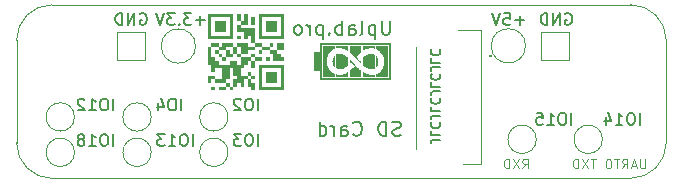
<source format=gbo>
G04 #@! TF.GenerationSoftware,KiCad,Pcbnew,(6.0.0)*
G04 #@! TF.CreationDate,2022-02-03T13:29:45+01:00*
G04 #@! TF.ProjectId,MinCab,4d696e43-6162-42e6-9b69-6361645f7063,rev?*
G04 #@! TF.SameCoordinates,Original*
G04 #@! TF.FileFunction,Legend,Bot*
G04 #@! TF.FilePolarity,Positive*
%FSLAX46Y46*%
G04 Gerber Fmt 4.6, Leading zero omitted, Abs format (unit mm)*
G04 Created by KiCad (PCBNEW (6.0.0)) date 2022-02-03 13:29:45*
%MOMM*%
%LPD*%
G01*
G04 APERTURE LIST*
G04 #@! TA.AperFunction,Profile*
%ADD10C,0.050000*%
G04 #@! TD*
%ADD11C,0.200000*%
%ADD12C,0.150000*%
%ADD13C,0.120000*%
%ADD14C,0.160000*%
%ADD15C,0.100000*%
%ADD16C,6.000000*%
%ADD17C,0.650000*%
%ADD18O,1.050000X2.100000*%
%ADD19O,1.000000X2.000000*%
%ADD20R,2.000000X2.000000*%
%ADD21C,2.000000*%
%ADD22C,2.500000*%
%ADD23R,1.200000X1.150000*%
%ADD24R,1.200000X1.450000*%
%ADD25R,0.700000X1.000000*%
%ADD26R,0.900000X1.400000*%
%ADD27R,1.000000X0.700000*%
G04 APERTURE END LIST*
D10*
X117300000Y-91200000D02*
G75*
G03*
X120300000Y-94200000I3000001J1D01*
G01*
X172300000Y-82500000D02*
X172300000Y-91200000D01*
X169300000Y-94200000D02*
X120300000Y-94200000D01*
X172300000Y-82500000D02*
G75*
G03*
X169300000Y-79500000I-3000001J-1D01*
G01*
X169300000Y-94200000D02*
G75*
G03*
X172300000Y-91200000I-1J3000001D01*
G01*
X120300000Y-79500000D02*
X169300000Y-79500000D01*
X120300000Y-79500000D02*
G75*
G03*
X117300000Y-82500000I1J-3000001D01*
G01*
X117300000Y-82500000D02*
X117300000Y-91200000D01*
D11*
X148928571Y-80842857D02*
X148928571Y-81814285D01*
X148871428Y-81928571D01*
X148814285Y-81985714D01*
X148700000Y-82042857D01*
X148471428Y-82042857D01*
X148357142Y-81985714D01*
X148300000Y-81928571D01*
X148242857Y-81814285D01*
X148242857Y-80842857D01*
X147671428Y-81242857D02*
X147671428Y-82442857D01*
X147671428Y-81300000D02*
X147557142Y-81242857D01*
X147328571Y-81242857D01*
X147214285Y-81300000D01*
X147157142Y-81357142D01*
X147100000Y-81471428D01*
X147100000Y-81814285D01*
X147157142Y-81928571D01*
X147214285Y-81985714D01*
X147328571Y-82042857D01*
X147557142Y-82042857D01*
X147671428Y-81985714D01*
X146414285Y-82042857D02*
X146528571Y-81985714D01*
X146585714Y-81871428D01*
X146585714Y-80842857D01*
X145442857Y-82042857D02*
X145442857Y-81414285D01*
X145500000Y-81300000D01*
X145614285Y-81242857D01*
X145842857Y-81242857D01*
X145957142Y-81300000D01*
X145442857Y-81985714D02*
X145557142Y-82042857D01*
X145842857Y-82042857D01*
X145957142Y-81985714D01*
X146014285Y-81871428D01*
X146014285Y-81757142D01*
X145957142Y-81642857D01*
X145842857Y-81585714D01*
X145557142Y-81585714D01*
X145442857Y-81528571D01*
X144871428Y-82042857D02*
X144871428Y-80842857D01*
X144871428Y-81300000D02*
X144757142Y-81242857D01*
X144528571Y-81242857D01*
X144414285Y-81300000D01*
X144357142Y-81357142D01*
X144300000Y-81471428D01*
X144300000Y-81814285D01*
X144357142Y-81928571D01*
X144414285Y-81985714D01*
X144528571Y-82042857D01*
X144757142Y-82042857D01*
X144871428Y-81985714D01*
X143785714Y-81928571D02*
X143728571Y-81985714D01*
X143785714Y-82042857D01*
X143842857Y-81985714D01*
X143785714Y-81928571D01*
X143785714Y-82042857D01*
X143214285Y-81242857D02*
X143214285Y-82442857D01*
X143214285Y-81300000D02*
X143100000Y-81242857D01*
X142871428Y-81242857D01*
X142757142Y-81300000D01*
X142700000Y-81357142D01*
X142642857Y-81471428D01*
X142642857Y-81814285D01*
X142700000Y-81928571D01*
X142757142Y-81985714D01*
X142871428Y-82042857D01*
X143100000Y-82042857D01*
X143214285Y-81985714D01*
X142128571Y-82042857D02*
X142128571Y-81242857D01*
X142128571Y-81471428D02*
X142071428Y-81357142D01*
X142014285Y-81300000D01*
X141900000Y-81242857D01*
X141785714Y-81242857D01*
X141214285Y-82042857D02*
X141328571Y-81985714D01*
X141385714Y-81928571D01*
X141442857Y-81814285D01*
X141442857Y-81471428D01*
X141385714Y-81357142D01*
X141328571Y-81300000D01*
X141214285Y-81242857D01*
X141042857Y-81242857D01*
X140928571Y-81300000D01*
X140871428Y-81357142D01*
X140814285Y-81471428D01*
X140814285Y-81814285D01*
X140871428Y-81928571D01*
X140928571Y-81985714D01*
X141042857Y-82042857D01*
X141214285Y-82042857D01*
D12*
X137750000Y-91452380D02*
X137750000Y-90452380D01*
X137083333Y-90452380D02*
X136892857Y-90452380D01*
X136797619Y-90500000D01*
X136702380Y-90595238D01*
X136654761Y-90785714D01*
X136654761Y-91119047D01*
X136702380Y-91309523D01*
X136797619Y-91404761D01*
X136892857Y-91452380D01*
X137083333Y-91452380D01*
X137178571Y-91404761D01*
X137273809Y-91309523D01*
X137321428Y-91119047D01*
X137321428Y-90785714D01*
X137273809Y-90595238D01*
X137178571Y-90500000D01*
X137083333Y-90452380D01*
X136321428Y-90452380D02*
X135702380Y-90452380D01*
X136035714Y-90833333D01*
X135892857Y-90833333D01*
X135797619Y-90880952D01*
X135750000Y-90928571D01*
X135702380Y-91023809D01*
X135702380Y-91261904D01*
X135750000Y-91357142D01*
X135797619Y-91404761D01*
X135892857Y-91452380D01*
X136178571Y-91452380D01*
X136273809Y-91404761D01*
X136321428Y-91357142D01*
X163761904Y-80250000D02*
X163857142Y-80202380D01*
X164000000Y-80202380D01*
X164142857Y-80250000D01*
X164238095Y-80345238D01*
X164285714Y-80440476D01*
X164333333Y-80630952D01*
X164333333Y-80773809D01*
X164285714Y-80964285D01*
X164238095Y-81059523D01*
X164142857Y-81154761D01*
X164000000Y-81202380D01*
X163904761Y-81202380D01*
X163761904Y-81154761D01*
X163714285Y-81107142D01*
X163714285Y-80773809D01*
X163904761Y-80773809D01*
X163285714Y-81202380D02*
X163285714Y-80202380D01*
X162714285Y-81202380D01*
X162714285Y-80202380D01*
X162238095Y-81202380D02*
X162238095Y-80202380D01*
X162000000Y-80202380D01*
X161857142Y-80250000D01*
X161761904Y-80345238D01*
X161714285Y-80440476D01*
X161666666Y-80630952D01*
X161666666Y-80773809D01*
X161714285Y-80964285D01*
X161761904Y-81059523D01*
X161857142Y-81154761D01*
X162000000Y-81202380D01*
X162238095Y-81202380D01*
D13*
X160133333Y-93361904D02*
X160400000Y-92980952D01*
X160590476Y-93361904D02*
X160590476Y-92561904D01*
X160285714Y-92561904D01*
X160209523Y-92600000D01*
X160171428Y-92638095D01*
X160133333Y-92714285D01*
X160133333Y-92828571D01*
X160171428Y-92904761D01*
X160209523Y-92942857D01*
X160285714Y-92980952D01*
X160590476Y-92980952D01*
X159866666Y-92561904D02*
X159333333Y-93361904D01*
X159333333Y-92561904D02*
X159866666Y-93361904D01*
X159028571Y-93361904D02*
X159028571Y-92561904D01*
X158838095Y-92561904D01*
X158723809Y-92600000D01*
X158647619Y-92676190D01*
X158609523Y-92752380D01*
X158571428Y-92904761D01*
X158571428Y-93019047D01*
X158609523Y-93171428D01*
X158647619Y-93247619D01*
X158723809Y-93323809D01*
X158838095Y-93361904D01*
X159028571Y-93361904D01*
D12*
X132226190Y-91452380D02*
X132226190Y-90452380D01*
X131559523Y-90452380D02*
X131369047Y-90452380D01*
X131273809Y-90500000D01*
X131178571Y-90595238D01*
X131130952Y-90785714D01*
X131130952Y-91119047D01*
X131178571Y-91309523D01*
X131273809Y-91404761D01*
X131369047Y-91452380D01*
X131559523Y-91452380D01*
X131654761Y-91404761D01*
X131750000Y-91309523D01*
X131797619Y-91119047D01*
X131797619Y-90785714D01*
X131750000Y-90595238D01*
X131654761Y-90500000D01*
X131559523Y-90452380D01*
X130178571Y-91452380D02*
X130750000Y-91452380D01*
X130464285Y-91452380D02*
X130464285Y-90452380D01*
X130559523Y-90595238D01*
X130654761Y-90690476D01*
X130750000Y-90738095D01*
X129845238Y-90452380D02*
X129226190Y-90452380D01*
X129559523Y-90833333D01*
X129416666Y-90833333D01*
X129321428Y-90880952D01*
X129273809Y-90928571D01*
X129226190Y-91023809D01*
X129226190Y-91261904D01*
X129273809Y-91357142D01*
X129321428Y-91404761D01*
X129416666Y-91452380D01*
X129702380Y-91452380D01*
X129797619Y-91404761D01*
X129845238Y-91357142D01*
X170076190Y-89652380D02*
X170076190Y-88652380D01*
X169409523Y-88652380D02*
X169219047Y-88652380D01*
X169123809Y-88700000D01*
X169028571Y-88795238D01*
X168980952Y-88985714D01*
X168980952Y-89319047D01*
X169028571Y-89509523D01*
X169123809Y-89604761D01*
X169219047Y-89652380D01*
X169409523Y-89652380D01*
X169504761Y-89604761D01*
X169600000Y-89509523D01*
X169647619Y-89319047D01*
X169647619Y-88985714D01*
X169600000Y-88795238D01*
X169504761Y-88700000D01*
X169409523Y-88652380D01*
X168028571Y-89652380D02*
X168600000Y-89652380D01*
X168314285Y-89652380D02*
X168314285Y-88652380D01*
X168409523Y-88795238D01*
X168504761Y-88890476D01*
X168600000Y-88938095D01*
X167171428Y-88985714D02*
X167171428Y-89652380D01*
X167409523Y-88604761D02*
X167647619Y-89319047D01*
X167028571Y-89319047D01*
X160285714Y-80821428D02*
X159523809Y-80821428D01*
X159904761Y-81202380D02*
X159904761Y-80440476D01*
X158571428Y-80202380D02*
X159047619Y-80202380D01*
X159095238Y-80678571D01*
X159047619Y-80630952D01*
X158952380Y-80583333D01*
X158714285Y-80583333D01*
X158619047Y-80630952D01*
X158571428Y-80678571D01*
X158523809Y-80773809D01*
X158523809Y-81011904D01*
X158571428Y-81107142D01*
X158619047Y-81154761D01*
X158714285Y-81202380D01*
X158952380Y-81202380D01*
X159047619Y-81154761D01*
X159095238Y-81107142D01*
X158238095Y-80202380D02*
X157904761Y-81202380D01*
X157571428Y-80202380D01*
D14*
X153188095Y-90945238D02*
X152616666Y-90945238D01*
X152502380Y-90983333D01*
X152426190Y-91059523D01*
X152388095Y-91173809D01*
X152388095Y-91250000D01*
X152388095Y-90183333D02*
X152388095Y-90564285D01*
X153188095Y-90564285D01*
X152464285Y-89459523D02*
X152426190Y-89497619D01*
X152388095Y-89611904D01*
X152388095Y-89688095D01*
X152426190Y-89802380D01*
X152502380Y-89878571D01*
X152578571Y-89916666D01*
X152730952Y-89954761D01*
X152845238Y-89954761D01*
X152997619Y-89916666D01*
X153073809Y-89878571D01*
X153150000Y-89802380D01*
X153188095Y-89688095D01*
X153188095Y-89611904D01*
X153150000Y-89497619D01*
X153111904Y-89459523D01*
X153188095Y-88888095D02*
X152616666Y-88888095D01*
X152502380Y-88926190D01*
X152426190Y-89002380D01*
X152388095Y-89116666D01*
X152388095Y-89192857D01*
X152388095Y-88126190D02*
X152388095Y-88507142D01*
X153188095Y-88507142D01*
X152464285Y-87402380D02*
X152426190Y-87440476D01*
X152388095Y-87554761D01*
X152388095Y-87630952D01*
X152426190Y-87745238D01*
X152502380Y-87821428D01*
X152578571Y-87859523D01*
X152730952Y-87897619D01*
X152845238Y-87897619D01*
X152997619Y-87859523D01*
X153073809Y-87821428D01*
X153150000Y-87745238D01*
X153188095Y-87630952D01*
X153188095Y-87554761D01*
X153150000Y-87440476D01*
X153111904Y-87402380D01*
X153188095Y-86830952D02*
X152616666Y-86830952D01*
X152502380Y-86869047D01*
X152426190Y-86945238D01*
X152388095Y-87059523D01*
X152388095Y-87135714D01*
X152388095Y-86069047D02*
X152388095Y-86450000D01*
X153188095Y-86450000D01*
X152464285Y-85345238D02*
X152426190Y-85383333D01*
X152388095Y-85497619D01*
X152388095Y-85573809D01*
X152426190Y-85688095D01*
X152502380Y-85764285D01*
X152578571Y-85802380D01*
X152730952Y-85840476D01*
X152845238Y-85840476D01*
X152997619Y-85802380D01*
X153073809Y-85764285D01*
X153150000Y-85688095D01*
X153188095Y-85573809D01*
X153188095Y-85497619D01*
X153150000Y-85383333D01*
X153111904Y-85345238D01*
X153188095Y-84773809D02*
X152616666Y-84773809D01*
X152502380Y-84811904D01*
X152426190Y-84888095D01*
X152388095Y-85002380D01*
X152388095Y-85078571D01*
X152388095Y-84011904D02*
X152388095Y-84392857D01*
X153188095Y-84392857D01*
X152464285Y-83288095D02*
X152426190Y-83326190D01*
X152388095Y-83440476D01*
X152388095Y-83516666D01*
X152426190Y-83630952D01*
X152502380Y-83707142D01*
X152578571Y-83745238D01*
X152730952Y-83783333D01*
X152845238Y-83783333D01*
X152997619Y-83745238D01*
X153073809Y-83707142D01*
X153150000Y-83630952D01*
X153188095Y-83516666D01*
X153188095Y-83440476D01*
X153150000Y-83326190D01*
X153111904Y-83288095D01*
D13*
X170547619Y-92561904D02*
X170547619Y-93209523D01*
X170509523Y-93285714D01*
X170471428Y-93323809D01*
X170395238Y-93361904D01*
X170242857Y-93361904D01*
X170166666Y-93323809D01*
X170128571Y-93285714D01*
X170090476Y-93209523D01*
X170090476Y-92561904D01*
X169747619Y-93133333D02*
X169366666Y-93133333D01*
X169823809Y-93361904D02*
X169557142Y-92561904D01*
X169290476Y-93361904D01*
X168566666Y-93361904D02*
X168833333Y-92980952D01*
X169023809Y-93361904D02*
X169023809Y-92561904D01*
X168719047Y-92561904D01*
X168642857Y-92600000D01*
X168604761Y-92638095D01*
X168566666Y-92714285D01*
X168566666Y-92828571D01*
X168604761Y-92904761D01*
X168642857Y-92942857D01*
X168719047Y-92980952D01*
X169023809Y-92980952D01*
X168338095Y-92561904D02*
X167880952Y-92561904D01*
X168109523Y-93361904D02*
X168109523Y-92561904D01*
X167461904Y-92561904D02*
X167385714Y-92561904D01*
X167309523Y-92600000D01*
X167271428Y-92638095D01*
X167233333Y-92714285D01*
X167195238Y-92866666D01*
X167195238Y-93057142D01*
X167233333Y-93209523D01*
X167271428Y-93285714D01*
X167309523Y-93323809D01*
X167385714Y-93361904D01*
X167461904Y-93361904D01*
X167538095Y-93323809D01*
X167576190Y-93285714D01*
X167614285Y-93209523D01*
X167652380Y-93057142D01*
X167652380Y-92866666D01*
X167614285Y-92714285D01*
X167576190Y-92638095D01*
X167538095Y-92600000D01*
X167461904Y-92561904D01*
X166357142Y-92561904D02*
X165900000Y-92561904D01*
X166128571Y-93361904D02*
X166128571Y-92561904D01*
X165709523Y-92561904D02*
X165176190Y-93361904D01*
X165176190Y-92561904D02*
X165709523Y-93361904D01*
X164871428Y-93361904D02*
X164871428Y-92561904D01*
X164680952Y-92561904D01*
X164566666Y-92600000D01*
X164490476Y-92676190D01*
X164452380Y-92752380D01*
X164414285Y-92904761D01*
X164414285Y-93019047D01*
X164452380Y-93171428D01*
X164490476Y-93247619D01*
X164566666Y-93323809D01*
X164680952Y-93361904D01*
X164871428Y-93361904D01*
D11*
X149807142Y-90535714D02*
X149635714Y-90592857D01*
X149350000Y-90592857D01*
X149235714Y-90535714D01*
X149178571Y-90478571D01*
X149121428Y-90364285D01*
X149121428Y-90250000D01*
X149178571Y-90135714D01*
X149235714Y-90078571D01*
X149350000Y-90021428D01*
X149578571Y-89964285D01*
X149692857Y-89907142D01*
X149750000Y-89850000D01*
X149807142Y-89735714D01*
X149807142Y-89621428D01*
X149750000Y-89507142D01*
X149692857Y-89450000D01*
X149578571Y-89392857D01*
X149292857Y-89392857D01*
X149121428Y-89450000D01*
X148607142Y-90592857D02*
X148607142Y-89392857D01*
X148321428Y-89392857D01*
X148150000Y-89450000D01*
X148035714Y-89564285D01*
X147978571Y-89678571D01*
X147921428Y-89907142D01*
X147921428Y-90078571D01*
X147978571Y-90307142D01*
X148035714Y-90421428D01*
X148150000Y-90535714D01*
X148321428Y-90592857D01*
X148607142Y-90592857D01*
X145807142Y-90478571D02*
X145864285Y-90535714D01*
X146035714Y-90592857D01*
X146150000Y-90592857D01*
X146321428Y-90535714D01*
X146435714Y-90421428D01*
X146492857Y-90307142D01*
X146550000Y-90078571D01*
X146550000Y-89907142D01*
X146492857Y-89678571D01*
X146435714Y-89564285D01*
X146321428Y-89450000D01*
X146150000Y-89392857D01*
X146035714Y-89392857D01*
X145864285Y-89450000D01*
X145807142Y-89507142D01*
X144778571Y-90592857D02*
X144778571Y-89964285D01*
X144835714Y-89850000D01*
X144950000Y-89792857D01*
X145178571Y-89792857D01*
X145292857Y-89850000D01*
X144778571Y-90535714D02*
X144892857Y-90592857D01*
X145178571Y-90592857D01*
X145292857Y-90535714D01*
X145350000Y-90421428D01*
X145350000Y-90307142D01*
X145292857Y-90192857D01*
X145178571Y-90135714D01*
X144892857Y-90135714D01*
X144778571Y-90078571D01*
X144207142Y-90592857D02*
X144207142Y-89792857D01*
X144207142Y-90021428D02*
X144150000Y-89907142D01*
X144092857Y-89850000D01*
X143978571Y-89792857D01*
X143864285Y-89792857D01*
X142950000Y-90592857D02*
X142950000Y-89392857D01*
X142950000Y-90535714D02*
X143064285Y-90592857D01*
X143292857Y-90592857D01*
X143407142Y-90535714D01*
X143464285Y-90478571D01*
X143521428Y-90364285D01*
X143521428Y-90021428D01*
X143464285Y-89907142D01*
X143407142Y-89850000D01*
X143292857Y-89792857D01*
X143064285Y-89792857D01*
X142950000Y-89850000D01*
D12*
X133250000Y-80821428D02*
X132488095Y-80821428D01*
X132869047Y-81202380D02*
X132869047Y-80440476D01*
X132107142Y-80202380D02*
X131488095Y-80202380D01*
X131821428Y-80583333D01*
X131678571Y-80583333D01*
X131583333Y-80630952D01*
X131535714Y-80678571D01*
X131488095Y-80773809D01*
X131488095Y-81011904D01*
X131535714Y-81107142D01*
X131583333Y-81154761D01*
X131678571Y-81202380D01*
X131964285Y-81202380D01*
X132059523Y-81154761D01*
X132107142Y-81107142D01*
X131059523Y-81107142D02*
X131011904Y-81154761D01*
X131059523Y-81202380D01*
X131107142Y-81154761D01*
X131059523Y-81107142D01*
X131059523Y-81202380D01*
X130678571Y-80202380D02*
X130059523Y-80202380D01*
X130392857Y-80583333D01*
X130250000Y-80583333D01*
X130154761Y-80630952D01*
X130107142Y-80678571D01*
X130059523Y-80773809D01*
X130059523Y-81011904D01*
X130107142Y-81107142D01*
X130154761Y-81154761D01*
X130250000Y-81202380D01*
X130535714Y-81202380D01*
X130630952Y-81154761D01*
X130678571Y-81107142D01*
X129773809Y-80202380D02*
X129440476Y-81202380D01*
X129107142Y-80202380D01*
X127761904Y-80250000D02*
X127857142Y-80202380D01*
X128000000Y-80202380D01*
X128142857Y-80250000D01*
X128238095Y-80345238D01*
X128285714Y-80440476D01*
X128333333Y-80630952D01*
X128333333Y-80773809D01*
X128285714Y-80964285D01*
X128238095Y-81059523D01*
X128142857Y-81154761D01*
X128000000Y-81202380D01*
X127904761Y-81202380D01*
X127761904Y-81154761D01*
X127714285Y-81107142D01*
X127714285Y-80773809D01*
X127904761Y-80773809D01*
X127285714Y-81202380D02*
X127285714Y-80202380D01*
X126714285Y-81202380D01*
X126714285Y-80202380D01*
X126238095Y-81202380D02*
X126238095Y-80202380D01*
X126000000Y-80202380D01*
X125857142Y-80250000D01*
X125761904Y-80345238D01*
X125714285Y-80440476D01*
X125666666Y-80630952D01*
X125666666Y-80773809D01*
X125714285Y-80964285D01*
X125761904Y-81059523D01*
X125857142Y-81154761D01*
X126000000Y-81202380D01*
X126238095Y-81202380D01*
X125476190Y-88452380D02*
X125476190Y-87452380D01*
X124809523Y-87452380D02*
X124619047Y-87452380D01*
X124523809Y-87500000D01*
X124428571Y-87595238D01*
X124380952Y-87785714D01*
X124380952Y-88119047D01*
X124428571Y-88309523D01*
X124523809Y-88404761D01*
X124619047Y-88452380D01*
X124809523Y-88452380D01*
X124904761Y-88404761D01*
X125000000Y-88309523D01*
X125047619Y-88119047D01*
X125047619Y-87785714D01*
X125000000Y-87595238D01*
X124904761Y-87500000D01*
X124809523Y-87452380D01*
X123428571Y-88452380D02*
X124000000Y-88452380D01*
X123714285Y-88452380D02*
X123714285Y-87452380D01*
X123809523Y-87595238D01*
X123904761Y-87690476D01*
X124000000Y-87738095D01*
X123047619Y-87547619D02*
X123000000Y-87500000D01*
X122904761Y-87452380D01*
X122666666Y-87452380D01*
X122571428Y-87500000D01*
X122523809Y-87547619D01*
X122476190Y-87642857D01*
X122476190Y-87738095D01*
X122523809Y-87880952D01*
X123095238Y-88452380D01*
X122476190Y-88452380D01*
X125476190Y-91452380D02*
X125476190Y-90452380D01*
X124809523Y-90452380D02*
X124619047Y-90452380D01*
X124523809Y-90500000D01*
X124428571Y-90595238D01*
X124380952Y-90785714D01*
X124380952Y-91119047D01*
X124428571Y-91309523D01*
X124523809Y-91404761D01*
X124619047Y-91452380D01*
X124809523Y-91452380D01*
X124904761Y-91404761D01*
X125000000Y-91309523D01*
X125047619Y-91119047D01*
X125047619Y-90785714D01*
X125000000Y-90595238D01*
X124904761Y-90500000D01*
X124809523Y-90452380D01*
X123428571Y-91452380D02*
X124000000Y-91452380D01*
X123714285Y-91452380D02*
X123714285Y-90452380D01*
X123809523Y-90595238D01*
X123904761Y-90690476D01*
X124000000Y-90738095D01*
X122857142Y-90880952D02*
X122952380Y-90833333D01*
X123000000Y-90785714D01*
X123047619Y-90690476D01*
X123047619Y-90642857D01*
X123000000Y-90547619D01*
X122952380Y-90500000D01*
X122857142Y-90452380D01*
X122666666Y-90452380D01*
X122571428Y-90500000D01*
X122523809Y-90547619D01*
X122476190Y-90642857D01*
X122476190Y-90690476D01*
X122523809Y-90785714D01*
X122571428Y-90833333D01*
X122666666Y-90880952D01*
X122857142Y-90880952D01*
X122952380Y-90928571D01*
X123000000Y-90976190D01*
X123047619Y-91071428D01*
X123047619Y-91261904D01*
X123000000Y-91357142D01*
X122952380Y-91404761D01*
X122857142Y-91452380D01*
X122666666Y-91452380D01*
X122571428Y-91404761D01*
X122523809Y-91357142D01*
X122476190Y-91261904D01*
X122476190Y-91071428D01*
X122523809Y-90976190D01*
X122571428Y-90928571D01*
X122666666Y-90880952D01*
X131250000Y-88452380D02*
X131250000Y-87452380D01*
X130583333Y-87452380D02*
X130392857Y-87452380D01*
X130297619Y-87500000D01*
X130202380Y-87595238D01*
X130154761Y-87785714D01*
X130154761Y-88119047D01*
X130202380Y-88309523D01*
X130297619Y-88404761D01*
X130392857Y-88452380D01*
X130583333Y-88452380D01*
X130678571Y-88404761D01*
X130773809Y-88309523D01*
X130821428Y-88119047D01*
X130821428Y-87785714D01*
X130773809Y-87595238D01*
X130678571Y-87500000D01*
X130583333Y-87452380D01*
X129297619Y-87785714D02*
X129297619Y-88452380D01*
X129535714Y-87404761D02*
X129773809Y-88119047D01*
X129154761Y-88119047D01*
X137750000Y-88452380D02*
X137750000Y-87452380D01*
X137083333Y-87452380D02*
X136892857Y-87452380D01*
X136797619Y-87500000D01*
X136702380Y-87595238D01*
X136654761Y-87785714D01*
X136654761Y-88119047D01*
X136702380Y-88309523D01*
X136797619Y-88404761D01*
X136892857Y-88452380D01*
X137083333Y-88452380D01*
X137178571Y-88404761D01*
X137273809Y-88309523D01*
X137321428Y-88119047D01*
X137321428Y-87785714D01*
X137273809Y-87595238D01*
X137178571Y-87500000D01*
X137083333Y-87452380D01*
X136273809Y-87547619D02*
X136226190Y-87500000D01*
X136130952Y-87452380D01*
X135892857Y-87452380D01*
X135797619Y-87500000D01*
X135750000Y-87547619D01*
X135702380Y-87642857D01*
X135702380Y-87738095D01*
X135750000Y-87880952D01*
X136321428Y-88452380D01*
X135702380Y-88452380D01*
X164276190Y-89652380D02*
X164276190Y-88652380D01*
X163609523Y-88652380D02*
X163419047Y-88652380D01*
X163323809Y-88700000D01*
X163228571Y-88795238D01*
X163180952Y-88985714D01*
X163180952Y-89319047D01*
X163228571Y-89509523D01*
X163323809Y-89604761D01*
X163419047Y-89652380D01*
X163609523Y-89652380D01*
X163704761Y-89604761D01*
X163800000Y-89509523D01*
X163847619Y-89319047D01*
X163847619Y-88985714D01*
X163800000Y-88795238D01*
X163704761Y-88700000D01*
X163609523Y-88652380D01*
X162228571Y-89652380D02*
X162800000Y-89652380D01*
X162514285Y-89652380D02*
X162514285Y-88652380D01*
X162609523Y-88795238D01*
X162704761Y-88890476D01*
X162800000Y-88938095D01*
X161323809Y-88652380D02*
X161800000Y-88652380D01*
X161847619Y-89128571D01*
X161800000Y-89080952D01*
X161704761Y-89033333D01*
X161466666Y-89033333D01*
X161371428Y-89080952D01*
X161323809Y-89128571D01*
X161276190Y-89223809D01*
X161276190Y-89461904D01*
X161323809Y-89557142D01*
X161371428Y-89604761D01*
X161466666Y-89652380D01*
X161704761Y-89652380D01*
X161800000Y-89604761D01*
X161847619Y-89557142D01*
D13*
X128200000Y-84200000D02*
X128200000Y-81800000D01*
X125800000Y-81800000D02*
X125800000Y-84200000D01*
X125800000Y-84200000D02*
X128200000Y-84200000D01*
X128200000Y-81800000D02*
X125800000Y-81800000D01*
X135200000Y-92000000D02*
G75*
G03*
X135200000Y-92000000I-1200000J0D01*
G01*
X135200000Y-89000000D02*
G75*
G03*
X135200000Y-89000000I-1200000J0D01*
G01*
X122200000Y-89000000D02*
G75*
G03*
X122200000Y-89000000I-1200000J0D01*
G01*
X166900000Y-90900000D02*
G75*
G03*
X166900000Y-90900000I-1200000J0D01*
G01*
X132450000Y-83000000D02*
G75*
G03*
X132450000Y-83000000I-1450000J0D01*
G01*
X128700000Y-92000000D02*
G75*
G03*
X128700000Y-92000000I-1200000J0D01*
G01*
D11*
X157375000Y-83800000D02*
X157375000Y-83800000D01*
D15*
X156600000Y-93000000D02*
X156600000Y-81600000D01*
X156600000Y-81600000D02*
X154675000Y-81600000D01*
X151150000Y-91700000D02*
X151150000Y-83100000D01*
D11*
X157475000Y-83800000D02*
X157475000Y-83800000D01*
X157375000Y-83800000D02*
X157375000Y-83800000D01*
D15*
X155075000Y-93000000D02*
X156600000Y-93000000D01*
D11*
X157375000Y-83800000D02*
G75*
G03*
X157475000Y-83800000I50000J0D01*
G01*
X157475000Y-83800000D02*
G75*
G03*
X157375000Y-83800000I-50000J0D01*
G01*
X157475000Y-83800000D02*
G75*
G03*
X157375000Y-83800000I-50000J0D01*
G01*
D13*
X164110000Y-84200000D02*
X164110000Y-81800000D01*
X161710000Y-84200000D02*
X164110000Y-84200000D01*
X161710000Y-81800000D02*
X161710000Y-84200000D01*
X164110000Y-81800000D02*
X161710000Y-81800000D01*
X161300000Y-90900000D02*
G75*
G03*
X161300000Y-90900000I-1200000J0D01*
G01*
G36*
X136878282Y-85193333D02*
G01*
X137186161Y-85193333D01*
X137186161Y-85501212D01*
X136878282Y-85501212D01*
X136878282Y-85809091D01*
X137186161Y-85809091D01*
X137186161Y-85501212D01*
X137494040Y-85501212D01*
X137494040Y-85809091D01*
X137186161Y-85809091D01*
X137186161Y-86116969D01*
X137494040Y-86116969D01*
X137494040Y-86732727D01*
X137186161Y-86732727D01*
X137186161Y-86424848D01*
X136878282Y-86424848D01*
X136878282Y-85809091D01*
X136570404Y-85809091D01*
X136570404Y-86424848D01*
X136262525Y-86424848D01*
X136262525Y-86116969D01*
X135954646Y-86116969D01*
X135954646Y-86424848D01*
X135646767Y-86424848D01*
X135646767Y-86732727D01*
X135338888Y-86732727D01*
X135338888Y-86424848D01*
X135031010Y-86424848D01*
X135031010Y-86116969D01*
X135338888Y-86116969D01*
X135338888Y-86424848D01*
X135646767Y-86424848D01*
X135646767Y-85809091D01*
X135954646Y-85809091D01*
X135954646Y-85501212D01*
X135646767Y-85501212D01*
X135646767Y-84885454D01*
X135338888Y-84885454D01*
X135338888Y-85809091D01*
X135031010Y-85809091D01*
X135031010Y-86116969D01*
X134107373Y-86116969D01*
X134107373Y-85809091D01*
X134723131Y-85809091D01*
X134723131Y-84885454D01*
X134107373Y-84885454D01*
X134107373Y-85193333D01*
X133799495Y-85193333D01*
X133799495Y-84577575D01*
X133491616Y-84577575D01*
X133491616Y-83038182D01*
X133799495Y-83038182D01*
X133799495Y-82730303D01*
X134415252Y-82730303D01*
X134415252Y-83038182D01*
X134723131Y-83038182D01*
X134723131Y-82730303D01*
X135646767Y-82730303D01*
X135646767Y-83038182D01*
X135954646Y-83038182D01*
X135954646Y-83653939D01*
X136262525Y-83653939D01*
X136262525Y-83038182D01*
X135954646Y-83038182D01*
X135954646Y-82730303D01*
X136878282Y-82730303D01*
X136878282Y-83038182D01*
X137494040Y-83038182D01*
X137494040Y-83346060D01*
X136878282Y-83346060D01*
X136878282Y-83653939D01*
X136262525Y-83653939D01*
X136262525Y-83961818D01*
X135954646Y-83961818D01*
X135954646Y-83653939D01*
X135646767Y-83653939D01*
X135646767Y-83038182D01*
X135031010Y-83038182D01*
X135031010Y-83346060D01*
X134415252Y-83346060D01*
X134415252Y-83038182D01*
X133799495Y-83038182D01*
X133799495Y-83961818D01*
X134107373Y-83961818D01*
X134107373Y-84269697D01*
X134415252Y-84269697D01*
X134415252Y-84577575D01*
X135338888Y-84577575D01*
X135338888Y-84269697D01*
X135954646Y-84269697D01*
X135954646Y-84577575D01*
X136262525Y-84577575D01*
X136262525Y-83961818D01*
X137186161Y-83961818D01*
X137186161Y-83653939D01*
X137494040Y-83653939D01*
X137494040Y-83961818D01*
X137186161Y-83961818D01*
X137186161Y-84269697D01*
X137494040Y-84269697D01*
X137494040Y-83961818D01*
X138109798Y-83961818D01*
X138109798Y-84269697D01*
X137494040Y-84269697D01*
X137494040Y-84885454D01*
X137186161Y-84885454D01*
X137186161Y-84269697D01*
X136878282Y-84269697D01*
X136878282Y-84577575D01*
X136570404Y-84577575D01*
X136570404Y-84885454D01*
X136262525Y-84885454D01*
X136262525Y-85501212D01*
X136878282Y-85501212D01*
X136878282Y-85193333D01*
G37*
G36*
X135031010Y-81806666D02*
G01*
X134107373Y-81806666D01*
X134107373Y-80883030D01*
X135031010Y-80883030D01*
X135031010Y-81806666D01*
G37*
G36*
X134415252Y-83653939D02*
G01*
X134107373Y-83653939D01*
X134107373Y-83346060D01*
X134415252Y-83346060D01*
X134415252Y-83653939D01*
G37*
G36*
X138725555Y-83346060D02*
G01*
X138109798Y-83346060D01*
X138109798Y-83038182D01*
X138725555Y-83038182D01*
X138725555Y-83346060D01*
G37*
G36*
X134107373Y-86732727D02*
G01*
X133799495Y-86732727D01*
X133799495Y-86424848D01*
X134107373Y-86424848D01*
X134107373Y-86732727D01*
G37*
G36*
X137801919Y-82422424D02*
G01*
X137801919Y-80575151D01*
X138109798Y-80575151D01*
X138109798Y-82114545D01*
X139649191Y-82114545D01*
X139649191Y-80575151D01*
X138109798Y-80575151D01*
X137801919Y-80575151D01*
X137801919Y-80267272D01*
X139957070Y-80267272D01*
X139957070Y-82422424D01*
X137801919Y-82422424D01*
G37*
G36*
X137494040Y-81190909D02*
G01*
X137186161Y-81190909D01*
X137186161Y-80575151D01*
X137494040Y-80575151D01*
X137494040Y-81190909D01*
G37*
G36*
X138109798Y-83038182D02*
G01*
X137494040Y-83038182D01*
X137494040Y-82730303D01*
X138109798Y-82730303D01*
X138109798Y-83038182D01*
G37*
G36*
X139341313Y-83653939D02*
G01*
X139649191Y-83653939D01*
X139649191Y-83961818D01*
X139957070Y-83961818D01*
X139957070Y-84269697D01*
X139033434Y-84269697D01*
X139033434Y-83653939D01*
X138725555Y-83653939D01*
X138725555Y-83346060D01*
X139341313Y-83346060D01*
X139341313Y-83653939D01*
G37*
G36*
X135031010Y-86732727D02*
G01*
X134415252Y-86732727D01*
X134415252Y-86424848D01*
X135031010Y-86424848D01*
X135031010Y-86732727D01*
G37*
G36*
X136262525Y-80883030D02*
G01*
X135954646Y-80883030D01*
X135954646Y-80267272D01*
X136262525Y-80267272D01*
X136262525Y-80883030D01*
G37*
G36*
X135338888Y-83653939D02*
G01*
X135646767Y-83653939D01*
X135646767Y-83961818D01*
X135031010Y-83961818D01*
X135031010Y-83346060D01*
X135338888Y-83346060D01*
X135338888Y-83653939D01*
G37*
G36*
X136262525Y-82422424D02*
G01*
X135954646Y-82422424D01*
X135954646Y-82114545D01*
X136262525Y-82114545D01*
X136262525Y-82422424D01*
G37*
G36*
X139033434Y-83038182D02*
G01*
X138725555Y-83038182D01*
X138725555Y-82730303D01*
X139033434Y-82730303D01*
X139033434Y-83038182D01*
G37*
G36*
X137801919Y-86732727D02*
G01*
X137801919Y-84885454D01*
X138109798Y-84885454D01*
X138109798Y-86424848D01*
X139649191Y-86424848D01*
X139649191Y-84885454D01*
X138109798Y-84885454D01*
X137801919Y-84885454D01*
X137801919Y-84577575D01*
X139957070Y-84577575D01*
X139957070Y-86732727D01*
X137801919Y-86732727D01*
G37*
G36*
X139341313Y-81806666D02*
G01*
X138417676Y-81806666D01*
X138417676Y-80883030D01*
X139341313Y-80883030D01*
X139341313Y-81806666D01*
G37*
G36*
X138109798Y-83653939D02*
G01*
X137801919Y-83653939D01*
X137801919Y-83346060D01*
X138109798Y-83346060D01*
X138109798Y-83653939D01*
G37*
G36*
X139957070Y-83346060D02*
G01*
X139341313Y-83346060D01*
X139341313Y-82730303D01*
X139957070Y-82730303D01*
X139957070Y-83346060D01*
G37*
G36*
X133491616Y-82422424D02*
G01*
X133491616Y-80575151D01*
X133799495Y-80575151D01*
X133799495Y-82114545D01*
X135338888Y-82114545D01*
X135338888Y-80575151D01*
X133799495Y-80575151D01*
X133491616Y-80575151D01*
X133491616Y-80267272D01*
X135646767Y-80267272D01*
X135646767Y-82422424D01*
X133491616Y-82422424D01*
G37*
G36*
X134723131Y-83961818D02*
G01*
X134415252Y-83961818D01*
X134415252Y-83653939D01*
X134723131Y-83653939D01*
X134723131Y-83961818D01*
G37*
G36*
X134107373Y-85809091D02*
G01*
X133799495Y-85809091D01*
X133799495Y-86116969D01*
X133491616Y-86116969D01*
X133491616Y-85501212D01*
X134107373Y-85501212D01*
X134107373Y-85809091D01*
G37*
G36*
X135031010Y-84269697D02*
G01*
X134723131Y-84269697D01*
X134723131Y-83961818D01*
X135031010Y-83961818D01*
X135031010Y-84269697D01*
G37*
G36*
X136262525Y-81498788D02*
G01*
X137494040Y-81498788D01*
X137494040Y-82730303D01*
X137186161Y-82730303D01*
X137186161Y-82114545D01*
X136878282Y-82114545D01*
X136878282Y-82422424D01*
X136570404Y-82422424D01*
X136570404Y-81806666D01*
X135954646Y-81806666D01*
X135954646Y-81190909D01*
X136262525Y-81190909D01*
X136262525Y-81498788D01*
G37*
G36*
X136878282Y-81190909D02*
G01*
X136262525Y-81190909D01*
X136262525Y-80883030D01*
X136570404Y-80883030D01*
X136570404Y-80267272D01*
X136878282Y-80267272D01*
X136878282Y-81190909D01*
G37*
G36*
X138725555Y-84269697D02*
G01*
X138417676Y-84269697D01*
X138417676Y-83961818D01*
X138725555Y-83961818D01*
X138725555Y-84269697D01*
G37*
G36*
X139341313Y-86116969D02*
G01*
X138417676Y-86116969D01*
X138417676Y-85193333D01*
X139341313Y-85193333D01*
X139341313Y-86116969D01*
G37*
X122200000Y-92000000D02*
G75*
G03*
X122200000Y-92000000I-1200000J0D01*
G01*
X160390000Y-82980000D02*
G75*
G03*
X160390000Y-82980000I-1450000J0D01*
G01*
X128700000Y-89000000D02*
G75*
G03*
X128700000Y-89000000I-1200000J0D01*
G01*
G36*
X147327527Y-83642474D02*
G01*
X147359353Y-83642784D01*
X147384070Y-83643649D01*
X147404134Y-83645302D01*
X147422003Y-83647970D01*
X147440134Y-83651886D01*
X147460981Y-83657278D01*
X147475739Y-83661613D01*
X147508611Y-83672915D01*
X147542994Y-83686429D01*
X147573481Y-83700097D01*
X147630556Y-83727975D01*
X147630556Y-84881551D01*
X147590087Y-84901295D01*
X147557657Y-84915770D01*
X147505146Y-84933859D01*
X147446949Y-84947624D01*
X147380556Y-84957740D01*
X147375297Y-84958258D01*
X147349657Y-84959109D01*
X147317036Y-84958398D01*
X147280571Y-84956335D01*
X147243402Y-84953134D01*
X147208668Y-84949006D01*
X147179510Y-84944164D01*
X147118971Y-84929033D01*
X147036684Y-84899852D01*
X146952480Y-84860537D01*
X146866968Y-84811412D01*
X146780754Y-84752801D01*
X146694445Y-84685028D01*
X146622223Y-84624465D01*
X146620789Y-84306562D01*
X146619354Y-83988659D01*
X146648950Y-83961114D01*
X146664065Y-83947291D01*
X146700947Y-83915082D01*
X146740904Y-83881891D01*
X146781193Y-83849919D01*
X146819071Y-83821365D01*
X146851796Y-83798429D01*
X146874610Y-83783494D01*
X146933736Y-83747045D01*
X146988281Y-83717229D01*
X147040476Y-83692972D01*
X147092555Y-83673204D01*
X147146750Y-83656852D01*
X147156426Y-83654307D01*
X147175474Y-83649790D01*
X147193398Y-83646592D01*
X147212643Y-83644486D01*
X147235657Y-83643246D01*
X147264886Y-83642646D01*
X147302778Y-83642461D01*
X147327527Y-83642474D01*
G37*
G36*
X144748601Y-83644202D02*
G01*
X144815206Y-83654090D01*
X144879905Y-83670246D01*
X144945675Y-83693449D01*
X145015495Y-83724479D01*
X145055938Y-83745204D01*
X145128559Y-83787676D01*
X145202102Y-83836867D01*
X145273771Y-83890859D01*
X145340771Y-83947733D01*
X145375001Y-83978710D01*
X145375001Y-84607615D01*
X145340278Y-84640251D01*
X145312535Y-84665510D01*
X145257871Y-84711605D01*
X145198984Y-84757260D01*
X145138676Y-84800425D01*
X145079748Y-84839048D01*
X145025001Y-84871078D01*
X145011792Y-84878072D01*
X144932070Y-84913607D01*
X144849669Y-84939464D01*
X144766648Y-84954972D01*
X144765740Y-84955082D01*
X144731098Y-84957637D01*
X144690015Y-84958255D01*
X144646834Y-84957053D01*
X144605900Y-84954150D01*
X144571559Y-84949663D01*
X144544045Y-84943751D01*
X144497903Y-84930379D01*
X144450628Y-84913124D01*
X144406945Y-84893596D01*
X144363890Y-84872098D01*
X144363890Y-83712628D01*
X144397402Y-83697589D01*
X144469176Y-83669614D01*
X144541413Y-83650758D01*
X144615367Y-83641191D01*
X144693907Y-83640361D01*
X144748601Y-83644202D01*
G37*
G36*
X146624820Y-85190477D02*
G01*
X146635787Y-85196926D01*
X146652534Y-85207187D01*
X146673012Y-85220018D01*
X146693311Y-85232236D01*
X146727058Y-85251040D01*
X146766400Y-85271754D01*
X146808805Y-85293131D01*
X146851735Y-85313923D01*
X146892657Y-85332886D01*
X146929035Y-85348771D01*
X146958334Y-85360333D01*
X147013261Y-85379048D01*
X147067434Y-85394751D01*
X147120198Y-85406700D01*
X147174029Y-85415287D01*
X147231402Y-85420902D01*
X147294790Y-85423936D01*
X147366667Y-85424778D01*
X147414153Y-85424391D01*
X147469719Y-85422826D01*
X147516732Y-85419949D01*
X147556629Y-85415630D01*
X147590850Y-85409743D01*
X147620834Y-85402158D01*
X147622454Y-85401798D01*
X147625268Y-85402527D01*
X147627345Y-85406378D01*
X147628796Y-85414683D01*
X147629732Y-85428774D01*
X147630264Y-85449980D01*
X147630502Y-85479635D01*
X147630556Y-85519070D01*
X147630556Y-85638888D01*
X146619445Y-85638888D01*
X146619445Y-85413888D01*
X146619453Y-85394297D01*
X146619545Y-85346813D01*
X146619728Y-85303428D01*
X146619991Y-85265311D01*
X146620324Y-85233629D01*
X146620714Y-85209552D01*
X146621151Y-85194249D01*
X146621624Y-85188888D01*
X146624820Y-85190477D01*
G37*
G36*
X147630556Y-83086111D02*
G01*
X147630533Y-83104890D01*
X147630366Y-83138948D01*
X147630058Y-83168167D01*
X147629635Y-83190979D01*
X147629121Y-83205816D01*
X147628542Y-83211111D01*
X147627566Y-83210952D01*
X147618501Y-83208909D01*
X147602219Y-83205005D01*
X147581363Y-83199870D01*
X147561546Y-83195260D01*
X147496516Y-83183689D01*
X147425354Y-83175539D01*
X147351346Y-83170960D01*
X147277779Y-83170099D01*
X147207940Y-83173107D01*
X147145116Y-83180130D01*
X147108847Y-83186591D01*
X147020277Y-83208546D01*
X146929479Y-83239210D01*
X146838470Y-83277764D01*
X146749268Y-83323391D01*
X146663890Y-83375273D01*
X146659977Y-83377847D01*
X146642902Y-83388745D01*
X146629930Y-83396500D01*
X146623612Y-83399573D01*
X146623328Y-83399095D01*
X146622433Y-83390688D01*
X146621613Y-83372710D01*
X146620893Y-83346341D01*
X146620293Y-83312760D01*
X146619837Y-83273149D01*
X146619547Y-83228687D01*
X146619445Y-83180555D01*
X146619445Y-82961111D01*
X147630556Y-82961111D01*
X147630556Y-83086111D01*
G37*
G36*
X148758334Y-85638888D02*
G01*
X147752778Y-85638888D01*
X147752778Y-85363447D01*
X147802091Y-85342565D01*
X147874134Y-85308168D01*
X147959412Y-85256941D01*
X148040233Y-85196626D01*
X148115270Y-85128231D01*
X148183195Y-85052766D01*
X148223959Y-84998739D01*
X148278473Y-84911928D01*
X148325466Y-84818111D01*
X148364473Y-84718382D01*
X148395027Y-84613833D01*
X148416664Y-84505555D01*
X148420791Y-84473440D01*
X148424865Y-84426688D01*
X148427735Y-84375025D01*
X148429315Y-84321630D01*
X148429518Y-84269683D01*
X148428257Y-84222366D01*
X148425447Y-84182858D01*
X148423882Y-84168745D01*
X148405452Y-84058085D01*
X148376594Y-83950390D01*
X148337661Y-83846396D01*
X148289010Y-83746841D01*
X148230994Y-83652461D01*
X148163968Y-83563993D01*
X148088286Y-83482174D01*
X148043135Y-83440182D01*
X147973084Y-83383653D01*
X147897793Y-83333146D01*
X147814413Y-83286626D01*
X147752778Y-83255098D01*
X147752778Y-82961111D01*
X148758334Y-82961111D01*
X148758334Y-85638888D01*
G37*
G36*
X144240376Y-83097720D02*
G01*
X144238890Y-83234329D01*
X144180070Y-83260593D01*
X144131883Y-83283662D01*
X144042182Y-83335660D01*
X143959111Y-83396218D01*
X143882991Y-83464874D01*
X143814145Y-83541165D01*
X143752896Y-83624628D01*
X143699565Y-83714800D01*
X143654476Y-83811220D01*
X143617951Y-83913424D01*
X143590311Y-84020949D01*
X143571880Y-84133333D01*
X143571536Y-84136285D01*
X143568238Y-84173720D01*
X143565918Y-84217725D01*
X143564595Y-84265362D01*
X143564291Y-84313693D01*
X143565028Y-84359782D01*
X143566827Y-84400689D01*
X143569709Y-84433479D01*
X143574254Y-84466424D01*
X143596216Y-84575532D01*
X143628053Y-84680911D01*
X143669323Y-84781929D01*
X143719586Y-84877954D01*
X143778398Y-84968354D01*
X143845318Y-85052497D01*
X143919905Y-85129752D01*
X144001717Y-85199487D01*
X144090312Y-85261070D01*
X144185249Y-85313869D01*
X144241667Y-85341627D01*
X144241667Y-85638888D01*
X143230556Y-85638888D01*
X143230556Y-82961111D01*
X144241861Y-82961111D01*
X144240376Y-83097720D01*
G37*
G36*
X143013890Y-85850000D02*
G01*
X143013890Y-85727777D01*
X143136091Y-85727777D01*
X148858355Y-85727777D01*
X148856956Y-84298611D01*
X148855556Y-82869444D01*
X143138890Y-82869444D01*
X143137490Y-84298611D01*
X143136091Y-85727777D01*
X143013890Y-85727777D01*
X143013890Y-85122222D01*
X142519445Y-85122222D01*
X142519445Y-83472222D01*
X142768056Y-83472223D01*
X143016667Y-83472223D01*
X143015199Y-83111111D01*
X143013730Y-82750000D01*
X148980556Y-82750000D01*
X148980556Y-85850000D01*
X143013890Y-85850000D01*
G37*
G36*
X147773612Y-83849869D02*
G01*
X147782559Y-83860406D01*
X147835131Y-83931523D01*
X147878300Y-84007191D01*
X147911523Y-84086334D01*
X147934258Y-84167878D01*
X147938560Y-84195940D01*
X147941696Y-84232384D01*
X147943517Y-84273525D01*
X147943988Y-84316221D01*
X147943077Y-84357330D01*
X147940749Y-84393711D01*
X147936972Y-84422222D01*
X147922378Y-84484538D01*
X147896095Y-84563114D01*
X147862398Y-84636725D01*
X147822062Y-84703732D01*
X147775861Y-84762500D01*
X147768956Y-84769985D01*
X147759517Y-84779580D01*
X147754910Y-84783333D01*
X147754657Y-84779963D01*
X147754348Y-84766368D01*
X147754057Y-84743093D01*
X147753786Y-84710938D01*
X147753540Y-84670707D01*
X147753322Y-84623199D01*
X147753136Y-84569215D01*
X147752985Y-84509558D01*
X147752873Y-84445028D01*
X147752803Y-84376427D01*
X147752778Y-84304555D01*
X147752778Y-83825777D01*
X147773612Y-83849869D01*
G37*
G36*
X146502778Y-83490067D02*
G01*
X146487501Y-83501978D01*
X146470224Y-83516060D01*
X146446705Y-83536298D01*
X146418792Y-83561093D01*
X146387382Y-83589586D01*
X146353375Y-83620915D01*
X146317672Y-83654218D01*
X146281171Y-83688634D01*
X146244772Y-83723301D01*
X146209375Y-83757360D01*
X146175879Y-83789947D01*
X146145183Y-83820202D01*
X146118188Y-83847264D01*
X146095792Y-83870270D01*
X146078895Y-83888361D01*
X146068397Y-83900674D01*
X146065198Y-83906348D01*
X146065718Y-83907079D01*
X146072086Y-83914326D01*
X146085023Y-83928449D01*
X146103706Y-83948567D01*
X146127313Y-83973802D01*
X146155020Y-84003271D01*
X146186005Y-84036096D01*
X146219445Y-84071395D01*
X146372223Y-84232389D01*
X146437501Y-84167670D01*
X146502778Y-84102951D01*
X146502778Y-84301938D01*
X146502672Y-84345896D01*
X146502352Y-84387952D01*
X146501846Y-84425034D01*
X146501179Y-84455914D01*
X146500379Y-84479366D01*
X146499473Y-84494162D01*
X146498486Y-84499074D01*
X146494302Y-84495324D01*
X146483393Y-84484472D01*
X146466885Y-84467619D01*
X146445834Y-84445850D01*
X146421294Y-84420250D01*
X146394320Y-84391904D01*
X146292879Y-84285192D01*
X146190697Y-84178287D01*
X146095363Y-84079191D01*
X146006927Y-83987956D01*
X145925442Y-83904632D01*
X145850958Y-83829272D01*
X145783527Y-83761926D01*
X145723199Y-83702646D01*
X145670027Y-83651485D01*
X145624061Y-83608492D01*
X145585353Y-83573721D01*
X145553953Y-83547222D01*
X145491910Y-83497222D01*
X145491789Y-83229166D01*
X145491667Y-82961111D01*
X146502778Y-82961111D01*
X146502778Y-83490067D01*
G37*
G36*
X145375001Y-83183333D02*
G01*
X145374987Y-83200564D01*
X145374804Y-83247893D01*
X145374425Y-83291168D01*
X145373875Y-83329211D01*
X145373178Y-83360848D01*
X145372359Y-83384901D01*
X145371440Y-83400196D01*
X145370447Y-83405555D01*
X145370144Y-83405510D01*
X145362860Y-83402136D01*
X145348302Y-83394186D01*
X145328421Y-83382756D01*
X145305169Y-83368940D01*
X145263521Y-83344624D01*
X145164558Y-83293059D01*
X145065714Y-83250098D01*
X144968351Y-83216299D01*
X144873837Y-83192222D01*
X144836415Y-83185320D01*
X144753427Y-83174784D01*
X144666953Y-83169596D01*
X144580276Y-83169797D01*
X144496679Y-83175429D01*
X144419445Y-83186531D01*
X144416131Y-83187156D01*
X144395561Y-83190851D01*
X144379376Y-83193456D01*
X144370834Y-83194443D01*
X144368805Y-83192753D01*
X144366863Y-83185462D01*
X144365465Y-83171404D01*
X144364547Y-83149494D01*
X144364043Y-83118647D01*
X144363890Y-83077777D01*
X144363890Y-82961111D01*
X145375001Y-82961111D01*
X145375001Y-83183333D01*
G37*
G36*
X144241468Y-84291928D02*
G01*
X144241268Y-84775000D01*
X144227073Y-84758333D01*
X144173932Y-84689429D01*
X144126899Y-84612547D01*
X144090700Y-84533221D01*
X144065344Y-84451490D01*
X144050840Y-84367391D01*
X144047198Y-84280963D01*
X144054426Y-84192245D01*
X144072533Y-84101276D01*
X144073820Y-84096369D01*
X144089322Y-84048576D01*
X144110201Y-83998717D01*
X144135041Y-83949402D01*
X144162427Y-83903240D01*
X144190946Y-83862841D01*
X144219182Y-83830812D01*
X144241667Y-83808856D01*
X144241468Y-84291928D01*
G37*
G36*
X145367668Y-85200070D02*
G01*
X145369635Y-85201989D01*
X145371230Y-85207259D01*
X145372489Y-85216850D01*
X145373444Y-85231731D01*
X145374130Y-85252872D01*
X145374582Y-85281244D01*
X145374833Y-85317817D01*
X145374919Y-85363560D01*
X145374874Y-85419444D01*
X145374516Y-85638888D01*
X144363890Y-85638888D01*
X144363890Y-85513888D01*
X144363913Y-85500828D01*
X144364269Y-85463977D01*
X144365008Y-85433065D01*
X144366080Y-85409384D01*
X144367430Y-85394228D01*
X144369007Y-85388888D01*
X144370584Y-85389052D01*
X144381208Y-85391051D01*
X144398760Y-85394841D01*
X144420395Y-85399818D01*
X144458262Y-85408045D01*
X144517563Y-85417815D01*
X144578940Y-85423899D01*
X144645274Y-85426550D01*
X144719445Y-85426021D01*
X144750914Y-85425098D01*
X144788746Y-85423480D01*
X144819991Y-85421297D01*
X144847320Y-85418294D01*
X144873407Y-85414219D01*
X144900922Y-85408819D01*
X144914032Y-85405963D01*
X144991790Y-85385205D01*
X145069931Y-85357530D01*
X145151501Y-85321881D01*
X145167193Y-85314255D01*
X145195511Y-85299822D01*
X145225869Y-85283692D01*
X145256564Y-85266835D01*
X145285895Y-85250221D01*
X145312159Y-85234821D01*
X145333654Y-85221603D01*
X145348679Y-85211539D01*
X145355530Y-85205597D01*
X145357585Y-85203367D01*
X145367111Y-85200000D01*
X145367668Y-85200070D01*
G37*
G36*
X145517858Y-84119444D02*
G01*
X145518582Y-84120219D01*
X145529915Y-84132237D01*
X145547536Y-84150810D01*
X145570171Y-84174600D01*
X145596547Y-84202267D01*
X145625388Y-84232476D01*
X145655422Y-84263888D01*
X145675263Y-84284638D01*
X145710462Y-84321495D01*
X145750217Y-84363165D01*
X145792665Y-84407693D01*
X145835943Y-84453127D01*
X145878187Y-84497510D01*
X145917536Y-84538888D01*
X145981365Y-84605639D01*
X146057367Y-84684007D01*
X146130053Y-84757716D01*
X146198865Y-84826224D01*
X146263247Y-84888991D01*
X146322642Y-84945474D01*
X146376493Y-84995131D01*
X146424244Y-85037421D01*
X146465336Y-85071803D01*
X146502778Y-85101940D01*
X146502778Y-85638888D01*
X145491667Y-85638888D01*
X145491667Y-85106807D01*
X145531945Y-85074288D01*
X145547984Y-85061252D01*
X145566449Y-85045923D01*
X145584340Y-85030583D01*
X145602707Y-85014247D01*
X145622601Y-84995931D01*
X145645071Y-84974650D01*
X145671168Y-84949421D01*
X145701943Y-84919260D01*
X145738445Y-84883181D01*
X145781724Y-84840201D01*
X145930115Y-84692630D01*
X145912681Y-84672704D01*
X145912116Y-84672060D01*
X145901158Y-84659946D01*
X145884611Y-84642086D01*
X145863490Y-84619543D01*
X145838812Y-84593381D01*
X145811594Y-84564662D01*
X145782853Y-84534452D01*
X145753605Y-84503812D01*
X145724867Y-84473808D01*
X145697657Y-84445501D01*
X145672990Y-84419957D01*
X145651884Y-84398237D01*
X145635355Y-84381407D01*
X145624421Y-84370529D01*
X145620097Y-84366666D01*
X145617923Y-84368135D01*
X145608930Y-84376091D01*
X145594387Y-84389785D01*
X145575695Y-84407889D01*
X145554254Y-84429076D01*
X145491667Y-84491485D01*
X145491796Y-84291576D01*
X145491925Y-84091666D01*
X145517858Y-84119444D01*
G37*
%LPC*%
D16*
X120750000Y-82950000D03*
X168750000Y-82950000D03*
D17*
X147690000Y-88320000D03*
X141910000Y-88320000D03*
D18*
X140480000Y-87820000D03*
D19*
X140480000Y-92000000D03*
X149120000Y-92000000D03*
D18*
X149120000Y-87820000D03*
D20*
X127000000Y-83000000D03*
D21*
X134000000Y-92000000D03*
X134000000Y-89000000D03*
X121000000Y-89000000D03*
X165700000Y-90900000D03*
D22*
X131000000Y-83000000D03*
D21*
X127500000Y-92000000D03*
D23*
X154240000Y-92525000D03*
X151650000Y-92525000D03*
D24*
X153800000Y-82125000D03*
D25*
X152650000Y-81900000D03*
D26*
X151500000Y-82100000D03*
D27*
X155290000Y-83750000D03*
X155290000Y-84850000D03*
X155290000Y-85950000D03*
X155290000Y-87050000D03*
X155290000Y-88150000D03*
X155290000Y-89250000D03*
X155290000Y-90350000D03*
X155290000Y-91450000D03*
D20*
X162910000Y-83000000D03*
D21*
X160100000Y-90900000D03*
X121000000Y-92000000D03*
D22*
X158940000Y-82980000D03*
D21*
X127500000Y-89000000D03*
M02*

</source>
